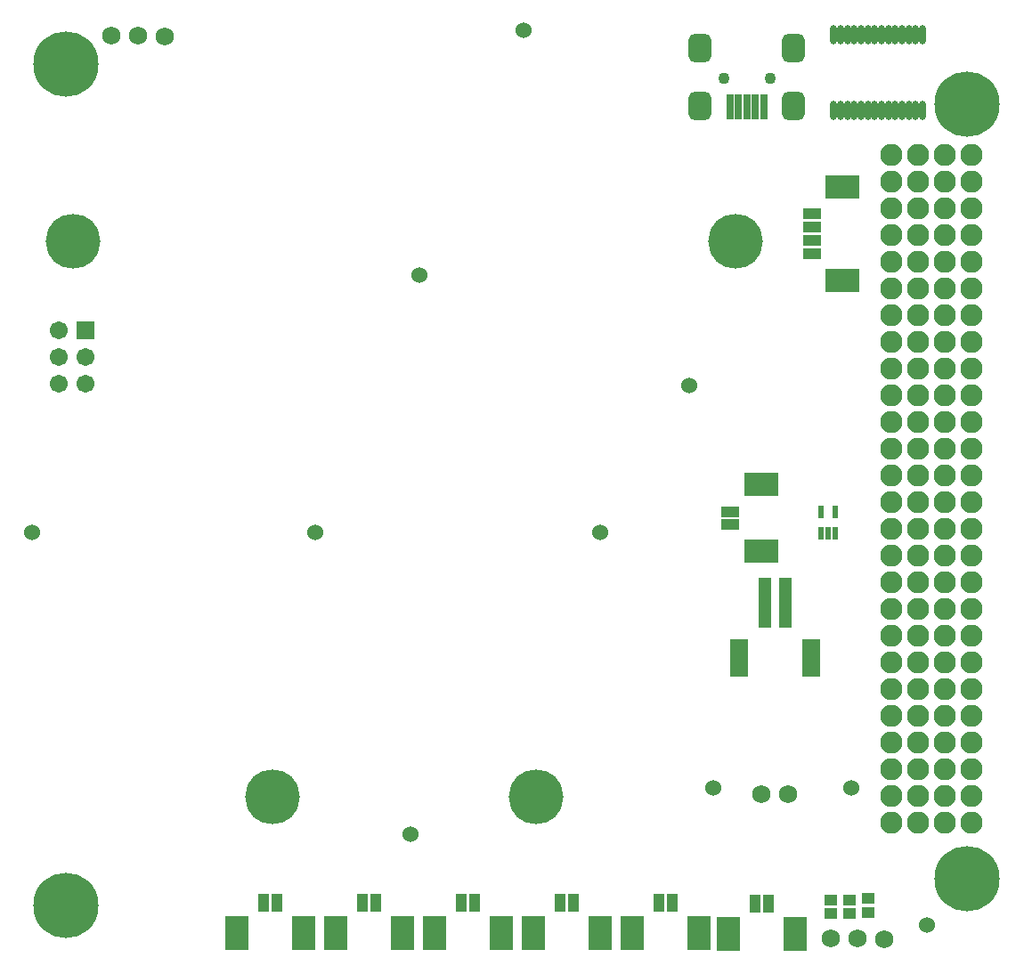
<source format=gts>
G04*
G04 #@! TF.GenerationSoftware,Altium Limited,Altium Designer,19.0.15 (446)*
G04*
G04 Layer_Color=8388736*
%FSLAX25Y25*%
%MOIN*%
G70*
G01*
G75*
%ADD26R,0.02200X0.04800*%
%ADD27R,0.12611X0.09068*%
%ADD28R,0.07099X0.03950*%
%ADD29R,0.09068X0.12611*%
%ADD30R,0.03950X0.07099*%
%ADD31R,0.04737X0.18910*%
%ADD32R,0.07099X0.14186*%
%ADD33R,0.04737X0.04343*%
%ADD34R,0.04540X0.04147*%
G04:AMPARAMS|DCode=35|XSize=86.74mil|YSize=106.42mil|CornerRadius=23.68mil|HoleSize=0mil|Usage=FLASHONLY|Rotation=180.000|XOffset=0mil|YOffset=0mil|HoleType=Round|Shape=RoundedRectangle|*
%AMROUNDEDRECTD35*
21,1,0.08674,0.05906,0,0,180.0*
21,1,0.03937,0.10642,0,0,180.0*
1,1,0.04737,-0.01968,0.02953*
1,1,0.04737,0.01968,0.02953*
1,1,0.04737,0.01968,-0.02953*
1,1,0.04737,-0.01968,-0.02953*
%
%ADD35ROUNDEDRECTD35*%
%ADD36R,0.02769X0.09658*%
%ADD37O,0.02769X0.07296*%
%ADD38C,0.06800*%
%ADD39C,0.06000*%
%ADD40C,0.04343*%
%ADD41C,0.06706*%
%ADD42R,0.06706X0.06706*%
%ADD43C,0.08300*%
%ADD44C,0.24422*%
%ADD45C,0.20485*%
D26*
X282800Y147461D02*
D03*
X288000D02*
D03*
Y139461D02*
D03*
X285400D02*
D03*
X282800D02*
D03*
D27*
X260209Y132500D02*
D03*
X260209Y157500D02*
D03*
X290709Y234079D02*
D03*
Y268921D02*
D03*
D28*
X248791Y147461D02*
D03*
Y142539D02*
D03*
X279291Y253961D02*
D03*
Y249039D02*
D03*
Y244118D02*
D03*
X279291Y258882D02*
D03*
D29*
X212000Y-10500D02*
D03*
X237000Y-10500D02*
D03*
X248000Y-10709D02*
D03*
X273000Y-10709D02*
D03*
X175000Y-10500D02*
D03*
X200000Y-10500D02*
D03*
X138000D02*
D03*
X163000Y-10500D02*
D03*
X101000Y-10500D02*
D03*
X126000Y-10500D02*
D03*
X64000D02*
D03*
X89000Y-10500D02*
D03*
D30*
X226961Y917D02*
D03*
X222039D02*
D03*
X262961Y709D02*
D03*
X258039D02*
D03*
X189961Y917D02*
D03*
X185039D02*
D03*
X152961Y917D02*
D03*
X148039D02*
D03*
X115961Y917D02*
D03*
X111039D02*
D03*
X78961Y917D02*
D03*
X74039D02*
D03*
D31*
X269437Y113236D02*
D03*
X261563D02*
D03*
D32*
X278886Y92764D02*
D03*
X252114D02*
D03*
D33*
X300500Y-2657D02*
D03*
Y2657D02*
D03*
D34*
X293500Y-3059D02*
D03*
Y2059D02*
D03*
X286520Y2059D02*
D03*
Y-3059D02*
D03*
D35*
X272520Y299459D02*
D03*
Y320915D02*
D03*
X237480D02*
D03*
Y299459D02*
D03*
D36*
X255000Y299085D02*
D03*
X258150D02*
D03*
X261299D02*
D03*
X251850D02*
D03*
X248701D02*
D03*
D37*
X287441Y297524D02*
D03*
X290000D02*
D03*
X292559D02*
D03*
X295118D02*
D03*
X297677D02*
D03*
X300236D02*
D03*
X302795D02*
D03*
X305354D02*
D03*
X307913D02*
D03*
X310472D02*
D03*
X313032D02*
D03*
X315591D02*
D03*
X318150D02*
D03*
X320709D02*
D03*
X287441Y326067D02*
D03*
X290000D02*
D03*
X292559D02*
D03*
X295118D02*
D03*
X297677D02*
D03*
X300236D02*
D03*
X302795D02*
D03*
X305354D02*
D03*
X307913D02*
D03*
X310472D02*
D03*
X313032D02*
D03*
X315591D02*
D03*
X318150D02*
D03*
X320709D02*
D03*
D38*
X270500Y41500D02*
D03*
X260500D02*
D03*
X27000Y325598D02*
D03*
X17000D02*
D03*
X37000Y325402D02*
D03*
X296283Y-12500D02*
D03*
X286283D02*
D03*
X306283Y-12697D02*
D03*
D39*
X129000Y26500D02*
D03*
X233480Y194500D02*
D03*
X322500Y-7500D02*
D03*
X171500Y327500D02*
D03*
X294000Y44000D02*
D03*
X132405Y236000D02*
D03*
X200000Y139500D02*
D03*
X93500D02*
D03*
X242500Y44000D02*
D03*
X-12500Y139500D02*
D03*
D40*
X263661Y309616D02*
D03*
X246339D02*
D03*
D41*
X-2500Y195339D02*
D03*
X7500D02*
D03*
X-2500Y205339D02*
D03*
X7500D02*
D03*
X-2500Y215339D02*
D03*
D42*
X7500D02*
D03*
D43*
X339024Y40878D02*
D03*
X329024D02*
D03*
X339024Y30878D02*
D03*
X329024D02*
D03*
X339024Y60878D02*
D03*
X329024D02*
D03*
X339024Y50878D02*
D03*
X329024D02*
D03*
Y130878D02*
D03*
X339024D02*
D03*
Y160878D02*
D03*
X329024D02*
D03*
X339024Y170878D02*
D03*
X329024D02*
D03*
X339024Y180878D02*
D03*
X329024D02*
D03*
X339024Y230878D02*
D03*
X329024D02*
D03*
X339024Y240878D02*
D03*
X329024D02*
D03*
X339024Y250878D02*
D03*
X329024D02*
D03*
Y280878D02*
D03*
X339024D02*
D03*
X329024Y270878D02*
D03*
X339024D02*
D03*
X329024Y260878D02*
D03*
X339024D02*
D03*
X329024Y220878D02*
D03*
X339024D02*
D03*
X329024Y210878D02*
D03*
X339024D02*
D03*
X329024Y200878D02*
D03*
X339024D02*
D03*
X329024Y190878D02*
D03*
X339024D02*
D03*
X329024Y150878D02*
D03*
X339024D02*
D03*
Y140878D02*
D03*
X329024D02*
D03*
X339024Y120878D02*
D03*
X329024D02*
D03*
X339024Y110878D02*
D03*
X329024D02*
D03*
X339024Y100878D02*
D03*
X329024D02*
D03*
X339024Y90878D02*
D03*
X329024D02*
D03*
Y70878D02*
D03*
X339024D02*
D03*
X329024Y80878D02*
D03*
X339024D02*
D03*
X319024Y40878D02*
D03*
X309024D02*
D03*
X319024Y30878D02*
D03*
X309024D02*
D03*
X319024Y60878D02*
D03*
X309024D02*
D03*
X319024Y50878D02*
D03*
X309024D02*
D03*
Y130878D02*
D03*
X319024D02*
D03*
Y160878D02*
D03*
X309024D02*
D03*
X319024Y170878D02*
D03*
X309024D02*
D03*
X319024Y180878D02*
D03*
X309024D02*
D03*
X319024Y230878D02*
D03*
X309024D02*
D03*
X319024Y240878D02*
D03*
X309024D02*
D03*
X319024Y250878D02*
D03*
X309024D02*
D03*
Y280878D02*
D03*
X319024D02*
D03*
X309024Y270878D02*
D03*
X319024D02*
D03*
X309024Y260878D02*
D03*
X319024D02*
D03*
X309024Y220878D02*
D03*
X319024D02*
D03*
X309024Y210878D02*
D03*
X319024D02*
D03*
X309024Y200878D02*
D03*
X319024D02*
D03*
X309024Y190878D02*
D03*
X319024D02*
D03*
X309024Y150878D02*
D03*
X319024D02*
D03*
Y140878D02*
D03*
X309024D02*
D03*
X319024Y120878D02*
D03*
X309024D02*
D03*
X319024Y110878D02*
D03*
X309024D02*
D03*
X319024Y100878D02*
D03*
X309024D02*
D03*
X319024Y90878D02*
D03*
X309024D02*
D03*
Y70878D02*
D03*
X319024D02*
D03*
X309024Y80878D02*
D03*
X319024D02*
D03*
D44*
X-0Y315000D02*
D03*
X337500Y300000D02*
D03*
X0Y0D02*
D03*
X337500Y10000D02*
D03*
D45*
X250846Y248543D02*
D03*
X2579Y248543D02*
D03*
X175925Y40787D02*
D03*
X77421D02*
D03*
M02*

</source>
